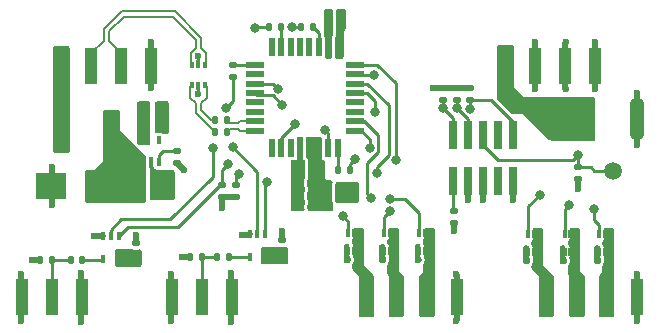
<source format=gbr>
%TF.GenerationSoftware,KiCad,Pcbnew,(6.0.6)*%
%TF.CreationDate,2022-08-13T21:50:17-05:00*%
%TF.ProjectId,usb-led-controller,7573622d-6c65-4642-9d63-6f6e74726f6c,rev?*%
%TF.SameCoordinates,Original*%
%TF.FileFunction,Copper,L1,Top*%
%TF.FilePolarity,Positive*%
%FSLAX46Y46*%
G04 Gerber Fmt 4.6, Leading zero omitted, Abs format (unit mm)*
G04 Created by KiCad (PCBNEW (6.0.6)) date 2022-08-13 21:50:17*
%MOMM*%
%LPD*%
G01*
G04 APERTURE LIST*
G04 Aperture macros list*
%AMRoundRect*
0 Rectangle with rounded corners*
0 $1 Rounding radius*
0 $2 $3 $4 $5 $6 $7 $8 $9 X,Y pos of 4 corners*
0 Add a 4 corners polygon primitive as box body*
4,1,4,$2,$3,$4,$5,$6,$7,$8,$9,$2,$3,0*
0 Add four circle primitives for the rounded corners*
1,1,$1+$1,$2,$3*
1,1,$1+$1,$4,$5*
1,1,$1+$1,$6,$7*
1,1,$1+$1,$8,$9*
0 Add four rect primitives between the rounded corners*
20,1,$1+$1,$2,$3,$4,$5,0*
20,1,$1+$1,$4,$5,$6,$7,0*
20,1,$1+$1,$6,$7,$8,$9,0*
20,1,$1+$1,$8,$9,$2,$3,0*%
G04 Aperture macros list end*
%TA.AperFunction,SMDPad,CuDef*%
%ADD10RoundRect,0.140000X0.140000X0.170000X-0.140000X0.170000X-0.140000X-0.170000X0.140000X-0.170000X0*%
%TD*%
%TA.AperFunction,SMDPad,CuDef*%
%ADD11R,1.020000X3.170000*%
%TD*%
%TA.AperFunction,SMDPad,CuDef*%
%ADD12RoundRect,0.147500X-0.147500X-0.172500X0.147500X-0.172500X0.147500X0.172500X-0.147500X0.172500X0*%
%TD*%
%TA.AperFunction,SMDPad,CuDef*%
%ADD13R,0.400000X0.650000*%
%TD*%
%TA.AperFunction,SMDPad,CuDef*%
%ADD14R,0.375000X0.500000*%
%TD*%
%TA.AperFunction,SMDPad,CuDef*%
%ADD15R,0.300000X0.650000*%
%TD*%
%TA.AperFunction,SMDPad,CuDef*%
%ADD16RoundRect,0.140000X0.170000X-0.140000X0.170000X0.140000X-0.170000X0.140000X-0.170000X-0.140000X0*%
%TD*%
%TA.AperFunction,SMDPad,CuDef*%
%ADD17RoundRect,0.135000X0.135000X0.185000X-0.135000X0.185000X-0.135000X-0.185000X0.135000X-0.185000X0*%
%TD*%
%TA.AperFunction,SMDPad,CuDef*%
%ADD18R,2.500000X2.300000*%
%TD*%
%TA.AperFunction,SMDPad,CuDef*%
%ADD19RoundRect,0.250000X0.312500X1.450000X-0.312500X1.450000X-0.312500X-1.450000X0.312500X-1.450000X0*%
%TD*%
%TA.AperFunction,SMDPad,CuDef*%
%ADD20R,0.340000X0.700000*%
%TD*%
%TA.AperFunction,SMDPad,CuDef*%
%ADD21RoundRect,0.147500X0.172500X-0.147500X0.172500X0.147500X-0.172500X0.147500X-0.172500X-0.147500X0*%
%TD*%
%TA.AperFunction,SMDPad,CuDef*%
%ADD22RoundRect,0.225000X-0.225000X-0.250000X0.225000X-0.250000X0.225000X0.250000X-0.225000X0.250000X0*%
%TD*%
%TA.AperFunction,SMDPad,CuDef*%
%ADD23RoundRect,0.147500X0.147500X0.172500X-0.147500X0.172500X-0.147500X-0.172500X0.147500X-0.172500X0*%
%TD*%
%TA.AperFunction,ComponentPad*%
%ADD24C,0.600000*%
%TD*%
%TA.AperFunction,SMDPad,CuDef*%
%ADD25R,1.600000X0.550000*%
%TD*%
%TA.AperFunction,SMDPad,CuDef*%
%ADD26R,0.550000X1.600000*%
%TD*%
%TA.AperFunction,SMDPad,CuDef*%
%ADD27RoundRect,0.135000X-0.135000X-0.185000X0.135000X-0.185000X0.135000X0.185000X-0.135000X0.185000X0*%
%TD*%
%TA.AperFunction,SMDPad,CuDef*%
%ADD28RoundRect,0.135000X0.185000X-0.135000X0.185000X0.135000X-0.185000X0.135000X-0.185000X-0.135000X0*%
%TD*%
%TA.AperFunction,SMDPad,CuDef*%
%ADD29C,1.500000*%
%TD*%
%TA.AperFunction,SMDPad,CuDef*%
%ADD30R,0.760000X2.400000*%
%TD*%
%TA.AperFunction,SMDPad,CuDef*%
%ADD31RoundRect,0.135000X-0.185000X0.135000X-0.185000X-0.135000X0.185000X-0.135000X0.185000X0.135000X0*%
%TD*%
%TA.AperFunction,ViaPad*%
%ADD32C,0.800000*%
%TD*%
%TA.AperFunction,Conductor*%
%ADD33C,0.508000*%
%TD*%
%TA.AperFunction,Conductor*%
%ADD34C,0.254000*%
%TD*%
%TA.AperFunction,Conductor*%
%ADD35C,0.203200*%
%TD*%
G04 APERTURE END LIST*
D10*
%TO.P,C4,1*%
%TO.N,+3V3*%
X163460000Y-115100000D03*
%TO.P,C4,2*%
%TO.N,GND*%
X162500000Y-115100000D03*
%TD*%
D11*
%TO.P,J2,1,Pin_1*%
%TO.N,/+12V_RAW*%
X179990000Y-105200000D03*
%TO.P,J2,2,Pin_2*%
%TO.N,GND*%
X182530000Y-105200000D03*
%TO.P,J2,3,Pin_3*%
X185070000Y-105200000D03*
%TO.P,J2,4,Pin_4*%
X187610000Y-105200000D03*
%TD*%
D12*
%TO.P,R6,1*%
%TO.N,/WS2812_0_DATA*%
X155615000Y-121400000D03*
%TO.P,R6,2*%
%TO.N,/WS2812_0_DATA_R*%
X156585000Y-121400000D03*
%TD*%
%TO.P,R7,1*%
%TO.N,/WS2812_1_DATA*%
X143215000Y-121600000D03*
%TO.P,R7,2*%
%TO.N,/WS2812_1_DATA_R*%
X144185000Y-121600000D03*
%TD*%
D13*
%TO.P,U1,1,~{OE}*%
%TO.N,/WS2812_0_~{OE}*%
X159650000Y-119450000D03*
%TO.P,U1,2,A*%
%TO.N,/WS2812_0_DATA_UC*%
X159000000Y-119450000D03*
%TO.P,U1,3,GND*%
%TO.N,GND*%
X158350000Y-119450000D03*
%TO.P,U1,4,Y*%
%TO.N,/WS2812_0_DATA_R*%
X158350000Y-121350000D03*
%TO.P,U1,5,VCC*%
%TO.N,+5V*%
X159650000Y-121350000D03*
%TD*%
%TO.P,U2,1,~{OE}*%
%TO.N,/WS2812_1_~{OE}*%
X147250000Y-119650000D03*
%TO.P,U2,2,A*%
%TO.N,/WS2812_1_DATA_UC*%
X146600000Y-119650000D03*
%TO.P,U2,3,GND*%
%TO.N,GND*%
X145950000Y-119650000D03*
%TO.P,U2,4,Y*%
%TO.N,/WS2812_1_DATA_R*%
X145950000Y-121550000D03*
%TO.P,U2,5,VCC*%
%TO.N,+5V*%
X147250000Y-121550000D03*
%TD*%
D14*
%TO.P,U5,1,I/O1*%
%TO.N,/USB_D_TVS+*%
X153462500Y-106850000D03*
D15*
%TO.P,U5,2,GND*%
%TO.N,GND*%
X154000000Y-106925000D03*
D14*
%TO.P,U5,3,I/O2*%
%TO.N,/USB_D_TVS-*%
X154537500Y-106850000D03*
%TO.P,U5,4,I/O2*%
%TO.N,/USB_D-*%
X154537500Y-105150000D03*
D15*
%TO.P,U5,5,VBUS*%
%TO.N,+5V*%
X154000000Y-105075000D03*
D14*
%TO.P,U5,6,I/O1*%
%TO.N,/USB_D+*%
X153462500Y-105150000D03*
%TD*%
D16*
%TO.P,C9,1*%
%TO.N,+5V*%
X161100000Y-120880000D03*
%TO.P,C9,2*%
%TO.N,GND*%
X161100000Y-119920000D03*
%TD*%
%TO.P,C10,1*%
%TO.N,+5V*%
X148700000Y-121180000D03*
%TO.P,C10,2*%
%TO.N,GND*%
X148700000Y-120220000D03*
%TD*%
D17*
%TO.P,R10,1*%
%TO.N,/WS2812_0_DATA*%
X154310000Y-121400000D03*
%TO.P,R10,2*%
%TO.N,GND*%
X153290000Y-121400000D03*
%TD*%
%TO.P,R11,1*%
%TO.N,/WS2812_1_DATA*%
X141600000Y-121600000D03*
%TO.P,R11,2*%
%TO.N,GND*%
X140580000Y-121600000D03*
%TD*%
D11*
%TO.P,J3,1,Pin_1*%
%TO.N,/+5V_RAW*%
X142390000Y-105200000D03*
%TO.P,J3,2,Pin_2*%
%TO.N,/USB_D-*%
X144930000Y-105200000D03*
%TO.P,J3,3,Pin_3*%
%TO.N,/USB_D+*%
X147470000Y-105200000D03*
%TO.P,J3,4,Pin_4*%
%TO.N,GND*%
X150010000Y-105200000D03*
%TD*%
D18*
%TO.P,D1,1,K*%
%TO.N,+5V*%
X145850000Y-115400000D03*
%TO.P,D1,2,A*%
%TO.N,GND*%
X141550000Y-115400000D03*
%TD*%
D19*
%TO.P,F1,1*%
%TO.N,+5V*%
X146637500Y-110800000D03*
%TO.P,F1,2*%
%TO.N,/+5V_RAW*%
X142362500Y-110800000D03*
%TD*%
%TO.P,F2,1*%
%TO.N,+12V*%
X191137500Y-109700000D03*
%TO.P,F2,2*%
%TO.N,/+12V_RAW*%
X186862500Y-109700000D03*
%TD*%
D20*
%TO.P,Q2,1,D*%
%TO.N,/PWM_0_G*%
X188400000Y-119450000D03*
X188400000Y-120950000D03*
X188900000Y-119450000D03*
X188900000Y-120950000D03*
%TO.P,Q2,2,G*%
%TO.N,/GATE_0_G*%
X187900000Y-119450000D03*
%TO.P,Q2,3,S*%
%TO.N,GND*%
X187900000Y-120950000D03*
%TD*%
%TO.P,Q1,1,D*%
%TO.N,/PWM_0_R*%
X185500000Y-120950000D03*
X185500000Y-119450000D03*
X186000000Y-119450000D03*
X186000000Y-120950000D03*
%TO.P,Q1,2,G*%
%TO.N,/GATE_0_R*%
X185000000Y-119450000D03*
%TO.P,Q1,3,S*%
%TO.N,GND*%
X185000000Y-120950000D03*
%TD*%
%TO.P,Q6,1,D*%
%TO.N,/PWM_1_B*%
X167200000Y-120850000D03*
X167700000Y-119350000D03*
X167700000Y-120850000D03*
X167200000Y-119350000D03*
%TO.P,Q6,2,G*%
%TO.N,/GATE_1_B*%
X166700000Y-119350000D03*
%TO.P,Q6,3,S*%
%TO.N,GND*%
X166700000Y-120850000D03*
%TD*%
D11*
%TO.P,J4,1,Pin_1*%
%TO.N,+12V*%
X191110000Y-124800000D03*
%TO.P,J4,2,Pin_2*%
%TO.N,/PWM_0_G*%
X188570000Y-124800000D03*
%TO.P,J4,3,Pin_3*%
%TO.N,/PWM_0_R*%
X186030000Y-124800000D03*
%TO.P,J4,4,Pin_4*%
%TO.N,/PWM_0_B*%
X183490000Y-124800000D03*
%TD*%
D20*
%TO.P,Q5,1,D*%
%TO.N,/PWM_1_G*%
X173200000Y-119350000D03*
X173700000Y-119350000D03*
X173200000Y-120850000D03*
X173700000Y-120850000D03*
%TO.P,Q5,2,G*%
%TO.N,/GATE_1_G*%
X172700000Y-119350000D03*
%TO.P,Q5,3,S*%
%TO.N,GND*%
X172700000Y-120850000D03*
%TD*%
D11*
%TO.P,J5,1,Pin_1*%
%TO.N,+12V*%
X175870000Y-124800000D03*
%TO.P,J5,2,Pin_2*%
%TO.N,/PWM_1_G*%
X173330000Y-124800000D03*
%TO.P,J5,3,Pin_3*%
%TO.N,/PWM_1_R*%
X170790000Y-124800000D03*
%TO.P,J5,4,Pin_4*%
%TO.N,/PWM_1_B*%
X168250000Y-124800000D03*
%TD*%
D20*
%TO.P,Q3,1,D*%
%TO.N,/PWM_0_B*%
X182900000Y-120950000D03*
X182400000Y-120950000D03*
X182900000Y-119450000D03*
X182400000Y-119450000D03*
%TO.P,Q3,2,G*%
%TO.N,/GATE_0_B*%
X181900000Y-119450000D03*
%TO.P,Q3,3,S*%
%TO.N,GND*%
X181900000Y-120950000D03*
%TD*%
%TO.P,Q4,1,D*%
%TO.N,/PWM_1_R*%
X170700000Y-119350000D03*
X170700000Y-120850000D03*
X170200000Y-120850000D03*
X170200000Y-119350000D03*
%TO.P,Q4,2,G*%
%TO.N,/GATE_1_R*%
X169700000Y-119350000D03*
%TO.P,Q4,3,S*%
%TO.N,GND*%
X169700000Y-120850000D03*
%TD*%
D11*
%TO.P,J7,1,Pin_1*%
%TO.N,+5V*%
X144120000Y-124800000D03*
%TO.P,J7,2,Pin_2*%
%TO.N,/WS2812_1_DATA*%
X141580000Y-124800000D03*
%TO.P,J7,3,Pin_3*%
%TO.N,GND*%
X139040000Y-124800000D03*
%TD*%
%TO.P,J6,1,Pin_1*%
%TO.N,+5V*%
X156820000Y-124800000D03*
%TO.P,J6,2,Pin_2*%
%TO.N,/WS2812_0_DATA*%
X154280000Y-124800000D03*
%TO.P,J6,3,Pin_3*%
%TO.N,GND*%
X151740000Y-124800000D03*
%TD*%
D21*
%TO.P,R13,1*%
%TO.N,+3V3*%
X157200000Y-116285000D03*
%TO.P,R13,2*%
%TO.N,/WS2812_0_~{OE}*%
X157200000Y-115315000D03*
%TD*%
%TO.P,R12,1*%
%TO.N,+3V3*%
X156000000Y-116285000D03*
%TO.P,R12,2*%
%TO.N,/WS2812_1_~{OE}*%
X156000000Y-115315000D03*
%TD*%
D22*
%TO.P,C1,1*%
%TO.N,+5V*%
X149125000Y-115400000D03*
%TO.P,C1,2*%
%TO.N,GND*%
X150675000Y-115400000D03*
%TD*%
D12*
%TO.P,R9,1*%
%TO.N,/USB_D_TVS+*%
X155415000Y-110800000D03*
%TO.P,R9,2*%
%TO.N,/USB_D_R+*%
X156385000Y-110800000D03*
%TD*%
%TO.P,R8,1*%
%TO.N,/USB_D_TVS-*%
X155415000Y-109800000D03*
%TO.P,R8,2*%
%TO.N,/USB_D_R-*%
X156385000Y-109800000D03*
%TD*%
D22*
%TO.P,C3,1*%
%TO.N,+3V3*%
X164725000Y-115600000D03*
%TO.P,C3,2*%
%TO.N,GND*%
X166275000Y-115600000D03*
%TD*%
D23*
%TO.P,C6,1*%
%TO.N,+3V3*%
X163470000Y-116200000D03*
%TO.P,C6,2*%
%TO.N,GND*%
X162500000Y-116200000D03*
%TD*%
%TO.P,C5,1*%
%TO.N,+3V3*%
X165985000Y-101700000D03*
%TO.P,C5,2*%
%TO.N,GND*%
X165015000Y-101700000D03*
%TD*%
D24*
%TO.P,REF\u002A\u002A,1*%
%TO.N,GND*%
X182499995Y-107199994D03*
%TD*%
%TO.P,REF\u002A\u002A,1*%
%TO.N,GND*%
X145199995Y-119599994D03*
%TD*%
%TO.P,REF\u002A\u002A,1*%
%TO.N,GND*%
X151699995Y-126799994D03*
%TD*%
%TO.P,REF\u002A\u002A,1*%
%TO.N,+5V*%
X147828000Y-114600000D03*
%TD*%
%TO.P,REF\u002A\u002A,1*%
%TO.N,+3V3*%
X164600000Y-117100000D03*
%TD*%
%TO.P,REF\u002A\u002A,1*%
%TO.N,GND*%
X149999995Y-103199994D03*
%TD*%
%TO.P,REF\u002A\u002A,1*%
%TO.N,GND*%
X138999995Y-122799994D03*
%TD*%
%TO.P,REF\u002A\u002A,1*%
%TO.N,+5V*%
X156800000Y-126850000D03*
%TD*%
%TO.P,REF\u002A\u002A,1*%
%TO.N,GND*%
X152599995Y-121399994D03*
%TD*%
%TO.P,REF\u002A\u002A,1*%
%TO.N,GND*%
X164999995Y-100899994D03*
%TD*%
%TO.P,REF\u002A\u002A,1*%
%TO.N,GND*%
X151699995Y-122799994D03*
%TD*%
%TO.P,REF\u002A\u002A,1*%
%TO.N,GND*%
X161099995Y-119199994D03*
%TD*%
%TO.P,REF\u002A\u002A,1*%
%TO.N,GND*%
X182499995Y-103199994D03*
%TD*%
%TO.P,REF\u002A\u002A,1*%
%TO.N,GND*%
X169599995Y-121599994D03*
%TD*%
%TO.P,REF\u002A\u002A,1*%
%TO.N,+5V*%
X161100000Y-121700000D03*
%TD*%
%TO.P,REF\u002A\u002A,1*%
%TO.N,GND*%
X151499995Y-115399994D03*
%TD*%
%TO.P,REF\u002A\u002A,1*%
%TO.N,+3V3*%
X149300000Y-110600000D03*
%TD*%
%TO.P,REF\u002A\u002A,1*%
%TO.N,GND*%
X176799995Y-116599994D03*
%TD*%
D25*
%TO.P,U3,1,PA00*%
%TO.N,/GATE_0_R*%
X167250000Y-110700000D03*
%TO.P,U3,2,PA01*%
%TO.N,/GATE_1_R*%
X167250000Y-109900000D03*
%TO.P,U3,3,PA02*%
%TO.N,unconnected-(U3-Pad3)*%
X167250000Y-109100000D03*
%TO.P,U3,4,PA03*%
%TO.N,unconnected-(U3-Pad4)*%
X167250000Y-108300000D03*
%TO.P,U3,5,PA04*%
%TO.N,/GATE_0_G*%
X167250000Y-107500000D03*
%TO.P,U3,6,PA05*%
%TO.N,/GATE_1_G*%
X167250000Y-106700000D03*
%TO.P,U3,7,PA06*%
%TO.N,/GATE_0_B*%
X167250000Y-105900000D03*
%TO.P,U3,8,PA07*%
%TO.N,/GATE_1_B*%
X167250000Y-105100000D03*
D26*
%TO.P,U3,9,VDDANA*%
%TO.N,+3V3*%
X165800000Y-103650000D03*
%TO.P,U3,10,GND*%
%TO.N,GND*%
X165000000Y-103650000D03*
%TO.P,U3,11,PA08*%
%TO.N,/SWO_UC*%
X164200000Y-103650000D03*
%TO.P,U3,12,PA09*%
%TO.N,unconnected-(U3-Pad12)*%
X163400000Y-103650000D03*
%TO.P,U3,13,PA10*%
%TO.N,unconnected-(U3-Pad13)*%
X162600000Y-103650000D03*
%TO.P,U3,14,PA11*%
%TO.N,unconnected-(U3-Pad14)*%
X161800000Y-103650000D03*
%TO.P,U3,15,PA14*%
%TO.N,/WS2812_1_DATA_UC_R*%
X161000000Y-103650000D03*
%TO.P,U3,16,PA15*%
%TO.N,unconnected-(U3-Pad16)*%
X160200000Y-103650000D03*
D25*
%TO.P,U3,17,PA16*%
%TO.N,/WS2812_0_DATA_UC_R*%
X158750000Y-105100000D03*
%TO.P,U3,18,PA17*%
%TO.N,unconnected-(U3-Pad18)*%
X158750000Y-105900000D03*
%TO.P,U3,19,PA18*%
%TO.N,/WS2812_1_~{OE}*%
X158750000Y-106700000D03*
%TO.P,U3,20,PA19*%
%TO.N,/WS2812_0_~{OE}*%
X158750000Y-107500000D03*
%TO.P,U3,21,PA22*%
%TO.N,unconnected-(U3-Pad21)*%
X158750000Y-108300000D03*
%TO.P,U3,22,PA23*%
%TO.N,unconnected-(U3-Pad22)*%
X158750000Y-109100000D03*
%TO.P,U3,23,PA24*%
%TO.N,/USB_D_R-*%
X158750000Y-109900000D03*
%TO.P,U3,24,PA25*%
%TO.N,/USB_D_R+*%
X158750000Y-110700000D03*
D26*
%TO.P,U3,25,PA27*%
%TO.N,unconnected-(U3-Pad25)*%
X160200000Y-112150000D03*
%TO.P,U3,26,~{RESET}*%
%TO.N,/NRST*%
X161000000Y-112150000D03*
%TO.P,U3,27,PA28*%
%TO.N,unconnected-(U3-Pad27)*%
X161800000Y-112150000D03*
%TO.P,U3,28,GND*%
%TO.N,GND*%
X162600000Y-112150000D03*
%TO.P,U3,29,VDDCORE*%
%TO.N,+3V3*%
X163400000Y-112150000D03*
%TO.P,U3,30,VDDIN*%
X164200000Y-112150000D03*
%TO.P,U3,31,PA30*%
%TO.N,/SWCLK*%
X165000000Y-112150000D03*
%TO.P,U3,32,PA31*%
%TO.N,/SWDIO_UC*%
X165800000Y-112150000D03*
%TD*%
D24*
%TO.P,REF\u002A\u002A,1*%
%TO.N,GND*%
X162399995Y-117099994D03*
%TD*%
D27*
%TO.P,R15,1*%
%TO.N,/WS2812_0_DATA_UC*%
X159990000Y-101900000D03*
%TO.P,R15,2*%
%TO.N,/WS2812_1_DATA_UC_R*%
X161010000Y-101900000D03*
%TD*%
D24*
%TO.P,REF\u002A\u002A,1*%
%TO.N,+3V3*%
X163500000Y-117100000D03*
%TD*%
%TO.P,REF\u002A\u002A,1*%
%TO.N,GND*%
X166599995Y-121599994D03*
%TD*%
%TO.P,REF\u002A\u002A,1*%
%TO.N,GND*%
X150899995Y-110599994D03*
%TD*%
%TO.P,REF\u002A\u002A,1*%
%TO.N,+5V*%
X144100000Y-122750000D03*
%TD*%
%TO.P,REF\u002A\u002A,1*%
%TO.N,GND*%
X150699995Y-116299994D03*
%TD*%
%TO.P,REF\u002A\u002A,1*%
%TO.N,GND*%
X181799995Y-121699994D03*
%TD*%
D13*
%TO.P,U4,1,VIN*%
%TO.N,+5V*%
X149350000Y-113350000D03*
%TO.P,U4,2,GND*%
%TO.N,GND*%
X150000000Y-113350000D03*
%TO.P,U4,3,EN*%
%TO.N,/3V3_EN*%
X150650000Y-113350000D03*
%TO.P,U4,4,NC*%
%TO.N,unconnected-(U4-Pad4)*%
X150650000Y-111450000D03*
%TO.P,U4,5,VOUT*%
%TO.N,+3V3*%
X149350000Y-111450000D03*
%TD*%
D24*
%TO.P,REF\u002A\u002A,1*%
%TO.N,GND*%
X186099995Y-115599994D03*
%TD*%
%TO.P,REF\u002A\u002A,1*%
%TO.N,+3V3*%
X173900000Y-107100000D03*
%TD*%
D17*
%TO.P,R18,1*%
%TO.N,/SWDIO*%
X166810000Y-114050000D03*
%TO.P,R18,2*%
%TO.N,/SWDIO_UC*%
X165790000Y-114050000D03*
%TD*%
D24*
%TO.P,REF\u002A\u002A,1*%
%TO.N,GND*%
X184899995Y-121699994D03*
%TD*%
%TO.P,REF\u002A\u002A,1*%
%TO.N,GND*%
X187599995Y-103199994D03*
%TD*%
%TO.P,REF\u002A\u002A,1*%
%TO.N,+5V*%
X147828000Y-116200000D03*
%TD*%
D28*
%TO.P,R16,1*%
%TO.N,/WS2812_1_DATA_UC*%
X156900000Y-106110000D03*
%TO.P,R16,2*%
%TO.N,/WS2812_0_DATA_UC_R*%
X156900000Y-105090000D03*
%TD*%
D24*
%TO.P,REF\u002A\u002A,1*%
%TO.N,GND*%
X157699995Y-119499994D03*
%TD*%
D29*
%TO.P,TP1,1,1*%
%TO.N,/SWO*%
X189100000Y-114100000D03*
%TD*%
D24*
%TO.P,REF\u002A\u002A,1*%
%TO.N,+3V3*%
X156000000Y-117200000D03*
%TD*%
%TO.P,REF\u002A\u002A,1*%
%TO.N,GND*%
X187599995Y-107199994D03*
%TD*%
D28*
%TO.P,R2,1*%
%TO.N,+5V*%
X152200000Y-113410000D03*
%TO.P,R2,2*%
%TO.N,/3V3_EN*%
X152200000Y-112390000D03*
%TD*%
D24*
%TO.P,REF\u002A\u002A,1*%
%TO.N,GND*%
X185099995Y-103199994D03*
%TD*%
D30*
%TO.P,J1,1,Pin_1*%
%TO.N,/3V3_JTAG*%
X175560000Y-114950000D03*
%TO.P,J1,2,Pin_2*%
%TO.N,/SWDIO*%
X175560000Y-111050000D03*
%TO.P,J1,3,Pin_3*%
%TO.N,GND*%
X176830000Y-114950000D03*
%TO.P,J1,4,Pin_4*%
%TO.N,/SWCLK*%
X176830000Y-111050000D03*
%TO.P,J1,5,Pin_5*%
%TO.N,GND*%
X178100000Y-114950000D03*
%TO.P,J1,6,Pin_6*%
%TO.N,/SWO*%
X178100000Y-111050000D03*
%TO.P,J1,7,Pin_7*%
%TO.N,unconnected-(J1-Pad7)*%
X179370000Y-114950000D03*
%TO.P,J1,8,Pin_8*%
%TO.N,unconnected-(J1-Pad8)*%
X179370000Y-111050000D03*
%TO.P,J1,9,Pin_9*%
%TO.N,GND*%
X180640000Y-114950000D03*
%TO.P,J1,10,Pin_10*%
%TO.N,/NRST*%
X180640000Y-111050000D03*
%TD*%
D31*
%TO.P,R4,1*%
%TO.N,+3V3*%
X174700000Y-107090000D03*
%TO.P,R4,2*%
%TO.N,/SWDIO*%
X174700000Y-108110000D03*
%TD*%
D24*
%TO.P,REF\u002A\u002A,1*%
%TO.N,+5V*%
X156800000Y-122750000D03*
%TD*%
D31*
%TO.P,R1,1*%
%TO.N,+3V3*%
X177000000Y-107090000D03*
%TO.P,R1,2*%
%TO.N,/NRST*%
X177000000Y-108110000D03*
%TD*%
%TO.P,R14,1*%
%TO.N,+3V3*%
X175900000Y-107090000D03*
%TO.P,R14,2*%
%TO.N,/SWCLK*%
X175900000Y-108110000D03*
%TD*%
D24*
%TO.P,REF\u002A\u002A,1*%
%TO.N,+12V*%
X175800000Y-126800000D03*
%TD*%
%TO.P,REF\u002A\u002A,1*%
%TO.N,GND*%
X149999995Y-107099994D03*
%TD*%
%TO.P,REF\u002A\u002A,1*%
%TO.N,GND*%
X139899995Y-121599994D03*
%TD*%
%TO.P,REF\u002A\u002A,1*%
%TO.N,+12V*%
X191100000Y-126800000D03*
%TD*%
%TO.P,REF\u002A\u002A,1*%
%TO.N,GND*%
X178099995Y-116599994D03*
%TD*%
%TO.P,REF\u002A\u002A,1*%
%TO.N,GND*%
X153999995Y-107599994D03*
%TD*%
%TO.P,REF\u002A\u002A,1*%
%TO.N,+3V3*%
X166000000Y-100850000D03*
%TD*%
%TO.P,REF\u002A\u002A,1*%
%TO.N,GND*%
X166299995Y-116499994D03*
%TD*%
%TO.P,REF\u002A\u002A,1*%
%TO.N,+12V*%
X175800000Y-122800000D03*
%TD*%
%TO.P,REF\u002A\u002A,1*%
%TO.N,+12V*%
X191100000Y-111900000D03*
%TD*%
%TO.P,REF\u002A\u002A,1*%
%TO.N,+5V*%
X144100000Y-126850000D03*
%TD*%
%TO.P,REF\u002A\u002A,1*%
%TO.N,GND*%
X172599995Y-121599994D03*
%TD*%
%TO.P,REF\u002A\u002A,1*%
%TO.N,GND*%
X141599995Y-113799994D03*
%TD*%
%TO.P,REF\u002A\u002A,1*%
%TO.N,+12V*%
X191100000Y-122800000D03*
%TD*%
%TO.P,REF\u002A\u002A,1*%
%TO.N,+5V*%
X154000000Y-104400000D03*
%TD*%
D27*
%TO.P,R17,1*%
%TO.N,/SWO*%
X162690000Y-101900000D03*
%TO.P,R17,2*%
%TO.N,/SWO_UC*%
X163710000Y-101900000D03*
%TD*%
D22*
%TO.P,C7,1*%
%TO.N,+3V3*%
X149325000Y-109600000D03*
%TO.P,C7,2*%
%TO.N,GND*%
X150875000Y-109600000D03*
%TD*%
D31*
%TO.P,R3,1*%
%TO.N,/3V3_JTAG*%
X175600000Y-117490000D03*
%TO.P,R3,2*%
%TO.N,+3V3*%
X175600000Y-118510000D03*
%TD*%
D24*
%TO.P,REF\u002A\u002A,1*%
%TO.N,GND*%
X141599995Y-116999994D03*
%TD*%
%TO.P,REF\u002A\u002A,1*%
%TO.N,GND*%
X148700000Y-119500000D03*
%TD*%
%TO.P,REF\u002A\u002A,1*%
%TO.N,+3V3*%
X175600000Y-119200000D03*
%TD*%
%TO.P,REF\u002A\u002A,1*%
%TO.N,GND*%
X167199995Y-116499994D03*
%TD*%
D31*
%TO.P,R5,1*%
%TO.N,/SWO*%
X186100000Y-113790000D03*
%TO.P,R5,2*%
%TO.N,GND*%
X186100000Y-114810000D03*
%TD*%
D24*
%TO.P,REF\u002A\u002A,1*%
%TO.N,GND*%
X150699995Y-114499994D03*
%TD*%
%TO.P,REF\u002A\u002A,1*%
%TO.N,GND*%
X180599995Y-116599994D03*
%TD*%
%TO.P,REF\u002A\u002A,1*%
%TO.N,GND*%
X185099995Y-107199994D03*
%TD*%
%TO.P,REF\u002A\u002A,1*%
%TO.N,+3V3*%
X149300000Y-108600000D03*
%TD*%
%TO.P,REF\u002A\u002A,1*%
%TO.N,GND*%
X187799995Y-121699994D03*
%TD*%
%TO.P,REF\u002A\u002A,1*%
%TO.N,GND*%
X150899995Y-108699994D03*
%TD*%
%TO.P,REF\u002A\u002A,1*%
%TO.N,+5V*%
X152800000Y-114000000D03*
%TD*%
%TO.P,REF\u002A\u002A,1*%
%TO.N,+5V*%
X147828000Y-115400000D03*
%TD*%
%TO.P,REF\u002A\u002A,1*%
%TO.N,GND*%
X138999995Y-126799994D03*
%TD*%
%TO.P,REF\u002A\u002A,1*%
%TO.N,+12V*%
X191100000Y-107500000D03*
%TD*%
%TO.P,REF\u002A\u002A,1*%
%TO.N,+5V*%
X148700000Y-121900000D03*
%TD*%
D32*
%TO.N,/NRST*%
X162200000Y-110100000D03*
X177019999Y-108836286D03*
%TO.N,/SWCLK*%
X164700497Y-110600000D03*
X175900000Y-108800000D03*
%TO.N,/SWDIO*%
X174700000Y-108800000D03*
X167250000Y-113100000D03*
%TO.N,/GATE_0_R*%
X185413391Y-117027501D03*
X168500000Y-112200000D03*
%TO.N,/GATE_0_G*%
X168950000Y-109100000D03*
X187450000Y-117300000D03*
%TO.N,/GATE_0_B*%
X182900000Y-116100000D03*
X168850000Y-105950000D03*
%TO.N,/GATE_1_R*%
X168600000Y-116400000D03*
X170200000Y-117499503D03*
%TO.N,/GATE_1_G*%
X170200000Y-116500000D03*
X169100000Y-114300000D03*
%TO.N,/GATE_1_B*%
X166200000Y-117900000D03*
X170700000Y-113150000D03*
%TO.N,/WS2812_0_~{OE}*%
X157400000Y-114400000D03*
X159800000Y-115000000D03*
X161100000Y-108500000D03*
%TO.N,/WS2812_1_~{OE}*%
X160745153Y-107125412D03*
X156500000Y-113500000D03*
%TO.N,/WS2812_0_DATA_UC*%
X156886286Y-112086286D03*
X158800000Y-102000000D03*
%TO.N,/WS2812_1_DATA_UC*%
X156300000Y-108800000D03*
X155200000Y-112200000D03*
%TO.N,/SWO*%
X161900000Y-101900000D03*
X186100000Y-112750000D03*
%TD*%
D33*
%TO.N,GND*%
X151699995Y-126799994D02*
X151699995Y-124840005D01*
X150010000Y-105200000D02*
X150010000Y-103209999D01*
X185070000Y-105200000D02*
X185070000Y-107169999D01*
X176799995Y-116599994D02*
X176799995Y-114980005D01*
X138999995Y-122799994D02*
X138999995Y-124759995D01*
X150010000Y-105200000D02*
X150010000Y-107089989D01*
X182530000Y-105200000D02*
X182530000Y-107169989D01*
X161100000Y-119920000D02*
X161100000Y-119199999D01*
X187610000Y-105200000D02*
X187610000Y-107189989D01*
X145899994Y-119599994D02*
X145946500Y-119646500D01*
X141599995Y-113799994D02*
X141599995Y-115350005D01*
X185070000Y-105200000D02*
X185070000Y-103229989D01*
D34*
X153999995Y-107599994D02*
X153999995Y-106925005D01*
D33*
X186099995Y-115599994D02*
X186099995Y-114810005D01*
X145199995Y-119599994D02*
X145899994Y-119599994D01*
X180599995Y-116599994D02*
X180599995Y-114990005D01*
X153290000Y-121400000D02*
X152600001Y-121400000D01*
X151699995Y-122799994D02*
X151699995Y-124759995D01*
X148700000Y-119500000D02*
X148700000Y-120220000D01*
X157699995Y-119499994D02*
X158300006Y-119499994D01*
X187610000Y-105200000D02*
X187610000Y-103209999D01*
X178099995Y-116599994D02*
X178099995Y-114950005D01*
X158300006Y-119499994D02*
X158346500Y-119453500D01*
X140580000Y-121600000D02*
X139900001Y-121600000D01*
X138999995Y-126799994D02*
X138999995Y-124840005D01*
X182530000Y-105200000D02*
X182530000Y-103229999D01*
X141599995Y-116999994D02*
X141599995Y-115449995D01*
%TO.N,+5V*%
X156800000Y-122750000D02*
X156800000Y-124780000D01*
X144100000Y-122750000D02*
X144100000Y-124780000D01*
X152790000Y-114000000D02*
X152200000Y-113410000D01*
X152800000Y-114000000D02*
X152790000Y-114000000D01*
X144100000Y-126850000D02*
X144100000Y-124820000D01*
D34*
X154000000Y-105075000D02*
X154000000Y-104400000D01*
D33*
X156800000Y-126850000D02*
X156800000Y-124820000D01*
%TO.N,+3V3*%
X173900000Y-107100000D02*
X174690000Y-107100000D01*
X175900000Y-107090000D02*
X177000000Y-107090000D01*
X157200000Y-116285000D02*
X156000000Y-116285000D01*
X156000000Y-116285000D02*
X156000000Y-117200000D01*
X174700000Y-107090000D02*
X175900000Y-107090000D01*
X175600000Y-119200000D02*
X175600000Y-118510000D01*
D34*
%TO.N,/NRST*%
X177000000Y-108816287D02*
X177019999Y-108836286D01*
X177000000Y-108110000D02*
X177000000Y-108816287D01*
X178810000Y-108110000D02*
X177000000Y-108110000D01*
X161000000Y-111300000D02*
X161000000Y-112150000D01*
X162200000Y-110100000D02*
X161000000Y-111300000D01*
X180640000Y-109940000D02*
X178810000Y-108110000D01*
X180640000Y-111050000D02*
X180640000Y-109940000D01*
%TO.N,/SWCLK*%
X175900000Y-108800000D02*
X175900000Y-108110000D01*
X165000000Y-112150000D02*
X165000000Y-110899503D01*
X176830000Y-111050000D02*
X176830000Y-109730000D01*
X165000000Y-110899503D02*
X164700497Y-110600000D01*
X176830000Y-109730000D02*
X175900000Y-108800000D01*
%TO.N,/SWDIO*%
X175560000Y-111050000D02*
X175560000Y-109660000D01*
X175560000Y-109660000D02*
X174700000Y-108800000D01*
X166810000Y-113540000D02*
X167250000Y-113100000D01*
X174700000Y-108800000D02*
X174700000Y-108110000D01*
X166810000Y-114050000D02*
X166810000Y-113540000D01*
D33*
%TO.N,+12V*%
X175870000Y-126730000D02*
X175800000Y-126800000D01*
X175870000Y-122870000D02*
X175800000Y-122800000D01*
X191137500Y-109700000D02*
X191137500Y-107537500D01*
X191100000Y-122800000D02*
X191100000Y-124790000D01*
X191137500Y-109700000D02*
X191137500Y-111862500D01*
X191137500Y-107537500D02*
X191100000Y-107500000D01*
X191100000Y-126800000D02*
X191100000Y-124810000D01*
X175870000Y-124800000D02*
X175870000Y-126730000D01*
X191137500Y-111862500D02*
X191100000Y-111900000D01*
X175870000Y-124800000D02*
X175870000Y-122870000D01*
D35*
%TO.N,/USB_D+*%
X151805310Y-101028600D02*
X153771400Y-102994690D01*
X153771400Y-103728600D02*
X153398400Y-104101600D01*
X146428600Y-102294690D02*
X147694690Y-101028600D01*
X153398400Y-104101600D02*
X153398400Y-105085900D01*
X147694690Y-101028600D02*
X151805310Y-101028600D01*
X153398400Y-105085900D02*
X153462500Y-105150000D01*
X146428600Y-103083600D02*
X146428600Y-102294690D01*
X147470000Y-105200000D02*
X147470000Y-104125000D01*
X147470000Y-104125000D02*
X146428600Y-103083600D01*
X153771400Y-102994690D02*
X153771400Y-103728600D01*
%TO.N,/USB_D-*%
X144930000Y-105200000D02*
X144930000Y-104125000D01*
X145971400Y-102105310D02*
X147505310Y-100571400D01*
X154228600Y-102805310D02*
X154228600Y-103728600D01*
X145971400Y-103083600D02*
X145971400Y-102105310D01*
X144930000Y-104125000D02*
X145971400Y-103083600D01*
X154601600Y-104101600D02*
X154601600Y-105085900D01*
X147505310Y-100571400D02*
X151994690Y-100571400D01*
X151994690Y-100571400D02*
X154228600Y-102805310D01*
X154228600Y-103728600D02*
X154601600Y-104101600D01*
X154601600Y-105085900D02*
X154537500Y-105150000D01*
D34*
%TO.N,/WS2812_0_DATA*%
X154280000Y-121430000D02*
X154280000Y-124800000D01*
X154310000Y-121400000D02*
X155615000Y-121400000D01*
%TO.N,/WS2812_1_DATA*%
X141580000Y-124800000D02*
X141580000Y-121620000D01*
X141600000Y-121600000D02*
X143215000Y-121600000D01*
%TO.N,/GATE_0_R*%
X167775000Y-110700000D02*
X168500000Y-111425000D01*
X168500000Y-111425000D02*
X168500000Y-112200000D01*
X185000000Y-119450000D02*
X185000000Y-117440892D01*
X185000000Y-117440892D02*
X185413391Y-117027501D01*
%TO.N,/GATE_0_G*%
X187450000Y-118250000D02*
X187900000Y-118700000D01*
X168304000Y-107500000D02*
X168950000Y-108146000D01*
X187450000Y-117300000D02*
X187450000Y-118250000D01*
X187900000Y-118700000D02*
X187900000Y-119450000D01*
X168950000Y-108146000D02*
X168950000Y-109100000D01*
X167250000Y-107500000D02*
X168304000Y-107500000D01*
%TO.N,/GATE_0_B*%
X181900000Y-119450000D02*
X181900000Y-117100000D01*
X181900000Y-117100000D02*
X182900000Y-116100000D01*
X168850000Y-105950000D02*
X167300000Y-105950000D01*
X167300000Y-105950000D02*
X167250000Y-105900000D01*
%TO.N,/GATE_1_R*%
X169226500Y-112500927D02*
X169226500Y-111067847D01*
X168600000Y-116400000D02*
X168273500Y-116073500D01*
X169700000Y-117999503D02*
X170200000Y-117499503D01*
X169700000Y-119350000D02*
X169700000Y-117999503D01*
X168058653Y-109900000D02*
X167250000Y-109900000D01*
X168273500Y-113453927D02*
X169226500Y-112500927D01*
X168273500Y-116073500D02*
X168273500Y-113453927D01*
X169226500Y-111067847D02*
X168058653Y-109900000D01*
%TO.N,/GATE_1_G*%
X170150000Y-112750000D02*
X170150000Y-108546000D01*
X171500000Y-116500000D02*
X172700000Y-117700000D01*
X169100000Y-114300000D02*
X169100000Y-113800000D01*
X172700000Y-117700000D02*
X172700000Y-119350000D01*
X168304000Y-106700000D02*
X167250000Y-106700000D01*
X169100000Y-113800000D02*
X170150000Y-112750000D01*
X170150000Y-108546000D02*
X168304000Y-106700000D01*
X170200000Y-116500000D02*
X171500000Y-116500000D01*
%TO.N,/GATE_1_B*%
X166700000Y-118400000D02*
X166200000Y-117900000D01*
X167250000Y-105100000D02*
X169150000Y-105100000D01*
X169150000Y-105100000D02*
X170700000Y-106650000D01*
X166700000Y-119350000D02*
X166700000Y-118400000D01*
X170700000Y-106650000D02*
X170700000Y-113150000D01*
%TO.N,/WS2812_0_DATA_R*%
X156585000Y-121400000D02*
X158300000Y-121400000D01*
%TO.N,/WS2812_1_DATA_R*%
X144185000Y-121600000D02*
X145900000Y-121600000D01*
D35*
%TO.N,/USB_D_R-*%
X157549999Y-109900000D02*
X158750000Y-109900000D01*
X156656399Y-110071399D02*
X157378599Y-110071400D01*
X156385000Y-109800000D02*
X156656399Y-110071399D01*
X157378599Y-110071400D02*
X157549999Y-109900000D01*
%TO.N,/USB_D_TVS-*%
X154228600Y-108371400D02*
X154228600Y-108967021D01*
X154700000Y-107900000D02*
X154228600Y-108371400D01*
X154228600Y-108967021D02*
X155061579Y-109800000D01*
X154537500Y-106850000D02*
X154700000Y-107012500D01*
X154700000Y-107012500D02*
X154700000Y-107900000D01*
X155061579Y-109800000D02*
X155415000Y-109800000D01*
%TO.N,/USB_D_R+*%
X157378599Y-110528600D02*
X157549999Y-110700000D01*
X156385000Y-110800000D02*
X156656399Y-110528601D01*
X156656399Y-110528601D02*
X157378599Y-110528600D01*
X157549999Y-110700000D02*
X158750000Y-110700000D01*
%TO.N,/USB_D_TVS+*%
X155415000Y-110800000D02*
X153771400Y-109156400D01*
X153771400Y-108371400D02*
X153300000Y-107900000D01*
X153300000Y-107012500D02*
X153462500Y-106850000D01*
X153300000Y-107900000D02*
X153300000Y-107012500D01*
X153771400Y-109156400D02*
X153771400Y-108371400D01*
D34*
%TO.N,/WS2812_0_~{OE}*%
X160298000Y-107698000D02*
X161100000Y-108500000D01*
X159650000Y-115150000D02*
X159650000Y-119450000D01*
X158750000Y-107500000D02*
X158948000Y-107698000D01*
X157200000Y-114600000D02*
X157400000Y-114400000D01*
X159800000Y-115000000D02*
X159650000Y-115150000D01*
X157200000Y-115315000D02*
X157200000Y-114600000D01*
X158948000Y-107698000D02*
X160298000Y-107698000D01*
%TO.N,/WS2812_1_~{OE}*%
X156000000Y-115315000D02*
X156000000Y-114000000D01*
X147250000Y-119650000D02*
X148027000Y-118873000D01*
X158750000Y-106700000D02*
X160319741Y-106700000D01*
X160319741Y-106700000D02*
X160745153Y-107125412D01*
X156000000Y-114000000D02*
X156500000Y-113500000D01*
X152273000Y-118873000D02*
X155831000Y-115315000D01*
X148027000Y-118873000D02*
X152273000Y-118873000D01*
%TO.N,/WS2812_0_DATA_UC*%
X159000000Y-119450000D02*
X159000000Y-114200000D01*
X159990000Y-101900000D02*
X158900000Y-101900000D01*
X158900000Y-101900000D02*
X158800000Y-102000000D01*
X159000000Y-114200000D02*
X156886286Y-112086286D01*
%TO.N,/WS2812_1_DATA_UC*%
X147471000Y-118200000D02*
X151600000Y-118200000D01*
X155200000Y-114600000D02*
X155200000Y-112200000D01*
X146600000Y-119650000D02*
X146600000Y-119071000D01*
X146600000Y-119071000D02*
X147471000Y-118200000D01*
X156900000Y-108200000D02*
X156900000Y-106110000D01*
X151600000Y-118200000D02*
X155200000Y-114600000D01*
X156300000Y-108800000D02*
X156900000Y-108200000D01*
%TO.N,/SWO_UC*%
X163710000Y-101900000D02*
X164200000Y-102390000D01*
X164200000Y-102390000D02*
X164200000Y-103650000D01*
%TO.N,/SWDIO_UC*%
X165800000Y-114040000D02*
X165790000Y-114050000D01*
X165800000Y-112150000D02*
X165800000Y-114040000D01*
%TO.N,/3V3_EN*%
X150650000Y-113350000D02*
X150650000Y-112750000D01*
X150650000Y-112750000D02*
X151010000Y-112390000D01*
X151010000Y-112390000D02*
X152200000Y-112390000D01*
%TO.N,/3V3_JTAG*%
X175560000Y-117450000D02*
X175560000Y-114950000D01*
%TO.N,/SWO*%
X179380000Y-113150000D02*
X185700000Y-113150000D01*
X178100000Y-111870000D02*
X179380000Y-113150000D01*
X178100000Y-111050000D02*
X178100000Y-111870000D01*
X186100000Y-113790000D02*
X186100000Y-112750000D01*
X162690000Y-101900000D02*
X161900000Y-101900000D01*
X187200000Y-113800000D02*
X186110000Y-113800000D01*
X187500000Y-114100000D02*
X187200000Y-113800000D01*
X189100000Y-114100000D02*
X187500000Y-114100000D01*
X185700000Y-113150000D02*
X186100000Y-112750000D01*
X186110000Y-113800000D02*
X186100000Y-113790000D01*
%TO.N,/WS2812_1_DATA_UC_R*%
X161000000Y-103650000D02*
X161000000Y-101910000D01*
%TO.N,/WS2812_0_DATA_UC_R*%
X156900000Y-105090000D02*
X158740000Y-105090000D01*
%TD*%
%TA.AperFunction,Conductor*%
%TO.N,/PWM_0_G*%
G36*
X189088931Y-118920002D02*
G01*
X189109905Y-118936905D01*
X189163095Y-118990095D01*
X189197121Y-119052407D01*
X189200000Y-119079190D01*
X189200000Y-126320810D01*
X189179998Y-126388931D01*
X189163095Y-126409905D01*
X189109905Y-126463095D01*
X189047593Y-126497121D01*
X189020810Y-126500000D01*
X188079190Y-126500000D01*
X188011069Y-126479998D01*
X187990095Y-126463095D01*
X187936905Y-126409905D01*
X187902879Y-126347593D01*
X187900000Y-126320810D01*
X187900000Y-123152063D01*
X187909591Y-123103845D01*
X187980212Y-122933351D01*
X188007526Y-122892474D01*
X188200000Y-122700000D01*
X188200000Y-122132335D01*
X188220002Y-122064214D01*
X188226037Y-122055631D01*
X188279323Y-121986187D01*
X188284350Y-121979636D01*
X188340223Y-121844748D01*
X188359280Y-121699994D01*
X188340223Y-121555240D01*
X188337063Y-121547611D01*
X188311345Y-121485521D01*
X188303756Y-121414931D01*
X188307257Y-121403008D01*
X188309734Y-121399301D01*
X188324500Y-121325067D01*
X188324499Y-120574934D01*
X188309734Y-120500699D01*
X188253484Y-120416516D01*
X188243168Y-120409623D01*
X188236905Y-120403360D01*
X188202879Y-120341048D01*
X188200000Y-120314265D01*
X188200000Y-120085735D01*
X188220002Y-120017614D01*
X188236905Y-119996640D01*
X188243168Y-119990377D01*
X188253484Y-119983484D01*
X188309734Y-119899301D01*
X188324500Y-119825067D01*
X188324499Y-119074934D01*
X188320531Y-119054983D01*
X188319655Y-119050579D01*
X188325984Y-118979865D01*
X188369540Y-118923799D01*
X188443234Y-118900000D01*
X189020810Y-118900000D01*
X189088931Y-118920002D01*
G37*
%TD.AperFunction*%
%TD*%
%TA.AperFunction,Conductor*%
%TO.N,+5V*%
G36*
X147288931Y-108920002D02*
G01*
X147309905Y-108936905D01*
X147363095Y-108990095D01*
X147397121Y-109052407D01*
X147400000Y-109079190D01*
X147400000Y-110700000D01*
X149492473Y-112792473D01*
X149519787Y-112833350D01*
X149544917Y-112894019D01*
X149552087Y-112966818D01*
X149545500Y-112999933D01*
X149545501Y-113700066D01*
X149560266Y-113774301D01*
X149567161Y-113784621D01*
X149567162Y-113784622D01*
X149578764Y-113801986D01*
X149600000Y-113871989D01*
X149600000Y-116620810D01*
X149579998Y-116688931D01*
X149563095Y-116709905D01*
X149509905Y-116763095D01*
X149447593Y-116797121D01*
X149420810Y-116800000D01*
X144579190Y-116800000D01*
X144511069Y-116779998D01*
X144490095Y-116763095D01*
X144436905Y-116709905D01*
X144402879Y-116647593D01*
X144400000Y-116620810D01*
X144400000Y-114179190D01*
X144420002Y-114111069D01*
X144436905Y-114090095D01*
X144490095Y-114036905D01*
X144552407Y-114002879D01*
X144579190Y-114000000D01*
X145200000Y-114000000D01*
X145900000Y-113300000D01*
X145900000Y-109079190D01*
X145920002Y-109011069D01*
X145936905Y-108990095D01*
X145990095Y-108936905D01*
X146052407Y-108902879D01*
X146079190Y-108900000D01*
X147220810Y-108900000D01*
X147288931Y-108920002D01*
G37*
%TD.AperFunction*%
%TD*%
%TA.AperFunction,Conductor*%
%TO.N,GND*%
G36*
X167488931Y-115020002D02*
G01*
X167509905Y-115036905D01*
X167563095Y-115090095D01*
X167597121Y-115152407D01*
X167600000Y-115179190D01*
X167600000Y-116620810D01*
X167579998Y-116688931D01*
X167563095Y-116709905D01*
X167509905Y-116763095D01*
X167447593Y-116797121D01*
X167420810Y-116800000D01*
X165779190Y-116800000D01*
X165711069Y-116779998D01*
X165690095Y-116763095D01*
X165636905Y-116709905D01*
X165602879Y-116647593D01*
X165600000Y-116620810D01*
X165600000Y-115179190D01*
X165620002Y-115111069D01*
X165636905Y-115090095D01*
X165690095Y-115036905D01*
X165752407Y-115002879D01*
X165779190Y-115000000D01*
X167420810Y-115000000D01*
X167488931Y-115020002D01*
G37*
%TD.AperFunction*%
%TD*%
%TA.AperFunction,Conductor*%
%TO.N,/PWM_0_B*%
G36*
X183088931Y-118920002D02*
G01*
X183109905Y-118936905D01*
X183163095Y-118990095D01*
X183197121Y-119052407D01*
X183200000Y-119079190D01*
X183200000Y-122100000D01*
X183992474Y-122892474D01*
X184019788Y-122933351D01*
X184090409Y-123103845D01*
X184100000Y-123152063D01*
X184100000Y-126320810D01*
X184079998Y-126388931D01*
X184063095Y-126409905D01*
X184009905Y-126463095D01*
X183947593Y-126497121D01*
X183920810Y-126500000D01*
X182979190Y-126500000D01*
X182911069Y-126479998D01*
X182890095Y-126463095D01*
X182836905Y-126409905D01*
X182802879Y-126347593D01*
X182800000Y-126320810D01*
X182800000Y-123000000D01*
X182307526Y-122507526D01*
X182280212Y-122466649D01*
X182209591Y-122296155D01*
X182200000Y-122247937D01*
X182200000Y-122132335D01*
X182220002Y-122064214D01*
X182226037Y-122055631D01*
X182279323Y-121986187D01*
X182284350Y-121979636D01*
X182340223Y-121844748D01*
X182359280Y-121699994D01*
X182340223Y-121555240D01*
X182337063Y-121547611D01*
X182311345Y-121485521D01*
X182303756Y-121414931D01*
X182307257Y-121403008D01*
X182309734Y-121399301D01*
X182324500Y-121325067D01*
X182324499Y-120574934D01*
X182309734Y-120500699D01*
X182253484Y-120416516D01*
X182243168Y-120409623D01*
X182236905Y-120403360D01*
X182202879Y-120341048D01*
X182200000Y-120314265D01*
X182200000Y-120085735D01*
X182220002Y-120017614D01*
X182236905Y-119996640D01*
X182243168Y-119990377D01*
X182253484Y-119983484D01*
X182309734Y-119899301D01*
X182324500Y-119825067D01*
X182324499Y-119074934D01*
X182320531Y-119054983D01*
X182319655Y-119050579D01*
X182325984Y-118979865D01*
X182369540Y-118923799D01*
X182443234Y-118900000D01*
X183020810Y-118900000D01*
X183088931Y-118920002D01*
G37*
%TD.AperFunction*%
%TD*%
%TA.AperFunction,Conductor*%
%TO.N,GND*%
G36*
X162812621Y-111220002D02*
G01*
X162859114Y-111273658D01*
X162870500Y-111326000D01*
X162870501Y-112975066D01*
X162885266Y-113049301D01*
X162941516Y-113133484D01*
X162951832Y-113140377D01*
X162960609Y-113149154D01*
X162957940Y-113151823D01*
X162989528Y-113189619D01*
X163000000Y-113239910D01*
X163000000Y-114658826D01*
X162986267Y-114716028D01*
X162940132Y-114806573D01*
X162925500Y-114898955D01*
X162925501Y-115301044D01*
X162940132Y-115393427D01*
X162944635Y-115402264D01*
X162986267Y-115483971D01*
X163000000Y-115541174D01*
X163000000Y-115744711D01*
X162986267Y-115801913D01*
X162939912Y-115892890D01*
X162939911Y-115892893D01*
X162935410Y-115901727D01*
X162920500Y-115995863D01*
X162920501Y-116404136D01*
X162935410Y-116498273D01*
X162939912Y-116507108D01*
X162986267Y-116598087D01*
X163000000Y-116655289D01*
X163000000Y-116833063D01*
X162990409Y-116881281D01*
X162962932Y-116947617D01*
X162959772Y-116955246D01*
X162940715Y-117100000D01*
X162959772Y-117244754D01*
X162962932Y-117252384D01*
X162962933Y-117252386D01*
X162976898Y-117286101D01*
X162984488Y-117356690D01*
X162949585Y-117423415D01*
X162909905Y-117463095D01*
X162847593Y-117497121D01*
X162820810Y-117500000D01*
X161979190Y-117500000D01*
X161911069Y-117479998D01*
X161890095Y-117463095D01*
X161836905Y-117409905D01*
X161802879Y-117347593D01*
X161800000Y-117320810D01*
X161800000Y-113330499D01*
X161820002Y-113262378D01*
X161873658Y-113215885D01*
X161925999Y-113204499D01*
X162100066Y-113204499D01*
X162135818Y-113197388D01*
X162162126Y-113192156D01*
X162162128Y-113192155D01*
X162174301Y-113189734D01*
X162184621Y-113182839D01*
X162184622Y-113182838D01*
X162248168Y-113140377D01*
X162258484Y-113133484D01*
X162314734Y-113049301D01*
X162329500Y-112975067D01*
X162329499Y-111326000D01*
X162349501Y-111257879D01*
X162403157Y-111211386D01*
X162455499Y-111200000D01*
X162744500Y-111200000D01*
X162812621Y-111220002D01*
G37*
%TD.AperFunction*%
%TD*%
%TA.AperFunction,Conductor*%
%TO.N,GND*%
G36*
X185024886Y-120420002D02*
G01*
X185071379Y-120473658D01*
X185080344Y-120550581D01*
X185075500Y-120574933D01*
X185075501Y-121325066D01*
X185090266Y-121399301D01*
X185097161Y-121409621D01*
X185097162Y-121409622D01*
X185134366Y-121465301D01*
X185153187Y-121511909D01*
X185153332Y-121513260D01*
X185171598Y-121584826D01*
X185181055Y-121607657D01*
X185189567Y-121639424D01*
X185195376Y-121683549D01*
X185195376Y-121716441D01*
X185189567Y-121760561D01*
X185181054Y-121792331D01*
X185164026Y-121833440D01*
X185147580Y-121861925D01*
X185120162Y-121897657D01*
X185113759Y-121906371D01*
X185107724Y-121914954D01*
X185105490Y-121919589D01*
X185105486Y-121919595D01*
X185101091Y-121928713D01*
X185053493Y-121981391D01*
X184987590Y-122000000D01*
X184779190Y-122000000D01*
X184711069Y-121979998D01*
X184690095Y-121963095D01*
X184636905Y-121909905D01*
X184602879Y-121847593D01*
X184600000Y-121820810D01*
X184600000Y-120579190D01*
X184620002Y-120511069D01*
X184636905Y-120490095D01*
X184690095Y-120436905D01*
X184752407Y-120402879D01*
X184779190Y-120400000D01*
X184956765Y-120400000D01*
X185024886Y-120420002D01*
G37*
%TD.AperFunction*%
%TD*%
%TA.AperFunction,Conductor*%
%TO.N,+5V*%
G36*
X148355280Y-120713733D02*
G01*
X148374476Y-120723514D01*
X148406573Y-120739868D01*
X148416363Y-120741419D01*
X148416364Y-120741419D01*
X148442101Y-120745495D01*
X148498955Y-120754500D01*
X148699959Y-120754500D01*
X148901044Y-120754499D01*
X148993427Y-120739868D01*
X149002259Y-120735368D01*
X149008916Y-120733205D01*
X149079883Y-120731179D01*
X149136944Y-120763944D01*
X149163095Y-120790095D01*
X149197121Y-120852407D01*
X149200000Y-120879190D01*
X149200000Y-122020810D01*
X149179998Y-122088931D01*
X149163095Y-122109905D01*
X149109905Y-122163095D01*
X149047593Y-122197121D01*
X149020810Y-122200000D01*
X147079190Y-122200000D01*
X147011069Y-122179998D01*
X146990095Y-122163095D01*
X146936905Y-122109905D01*
X146902879Y-122047593D01*
X146900000Y-122020810D01*
X146900000Y-120879190D01*
X146920002Y-120811069D01*
X146936905Y-120790095D01*
X146990095Y-120736905D01*
X147052407Y-120702879D01*
X147079190Y-120700000D01*
X148298077Y-120700000D01*
X148355280Y-120713733D01*
G37*
%TD.AperFunction*%
%TD*%
%TA.AperFunction,Conductor*%
%TO.N,+3V3*%
G36*
X164412621Y-111220002D02*
G01*
X164459114Y-111273658D01*
X164470500Y-111326000D01*
X164470501Y-112975066D01*
X164485266Y-113049301D01*
X164541516Y-113133484D01*
X164551832Y-113140377D01*
X164615378Y-113182838D01*
X164615379Y-113182839D01*
X164625699Y-113189734D01*
X164627771Y-113190146D01*
X164677498Y-113230218D01*
X164700000Y-113302080D01*
X164700000Y-114700000D01*
X164900000Y-114900000D01*
X165220810Y-114900000D01*
X165288931Y-114920002D01*
X165309905Y-114936905D01*
X165327217Y-114954217D01*
X165361243Y-115016529D01*
X165359019Y-115078808D01*
X165351011Y-115106081D01*
X165350371Y-115110529D01*
X165350370Y-115110536D01*
X165341139Y-115174742D01*
X165340500Y-115179190D01*
X165340500Y-116620810D01*
X165341986Y-116648545D01*
X165342166Y-116650222D01*
X165342167Y-116650231D01*
X165342711Y-116655289D01*
X165344865Y-116675328D01*
X165362095Y-116730355D01*
X165372017Y-116762040D01*
X165375123Y-116771961D01*
X165378088Y-116777391D01*
X165378089Y-116777393D01*
X165384586Y-116789291D01*
X165400000Y-116849679D01*
X165400000Y-117320810D01*
X165379998Y-117388931D01*
X165363095Y-117409905D01*
X165309905Y-117463095D01*
X165247593Y-117497121D01*
X165220810Y-117500000D01*
X163364974Y-117500000D01*
X163296853Y-117479998D01*
X163250360Y-117426342D01*
X163239475Y-117362772D01*
X163241950Y-117335112D01*
X163241950Y-117335105D01*
X163242501Y-117328947D01*
X163234911Y-117258358D01*
X163216646Y-117186797D01*
X163215736Y-117184600D01*
X163210723Y-117162808D01*
X163204619Y-117116448D01*
X163204619Y-117083552D01*
X163207982Y-117058014D01*
X163210428Y-117039431D01*
X163218941Y-117007663D01*
X163228973Y-116983444D01*
X163228975Y-116983437D01*
X163230156Y-116980587D01*
X163244923Y-116931906D01*
X163254514Y-116883688D01*
X163259500Y-116833063D01*
X163259500Y-116655289D01*
X163258902Y-116650231D01*
X163252766Y-116598396D01*
X163252330Y-116594710D01*
X163238597Y-116537508D01*
X163217484Y-116480278D01*
X163194346Y-116434865D01*
X163182163Y-116397364D01*
X163181551Y-116393498D01*
X163180001Y-116373797D01*
X163180000Y-116026202D01*
X163181552Y-116006486D01*
X163182164Y-116002623D01*
X163194345Y-115965137D01*
X163215800Y-115923028D01*
X163215803Y-115923022D01*
X163217484Y-115919722D01*
X163238597Y-115862492D01*
X163252330Y-115805290D01*
X163259500Y-115744711D01*
X163259500Y-115541174D01*
X163252330Y-115480596D01*
X163238597Y-115423393D01*
X163217483Y-115366159D01*
X163199068Y-115330018D01*
X163186884Y-115292512D01*
X163186549Y-115290392D01*
X163185001Y-115270706D01*
X163185000Y-114929294D01*
X163186551Y-114909585D01*
X163186885Y-114907476D01*
X163199067Y-114869982D01*
X163215797Y-114837147D01*
X163217483Y-114833839D01*
X163238597Y-114776607D01*
X163252330Y-114719405D01*
X163259500Y-114658826D01*
X163259500Y-113239910D01*
X163254051Y-113187009D01*
X163243579Y-113136718D01*
X163237171Y-113112073D01*
X163230333Y-113099550D01*
X163191613Y-113028641D01*
X163191609Y-113028636D01*
X163188645Y-113023207D01*
X163162602Y-112992046D01*
X163154515Y-112981243D01*
X163151232Y-112976329D01*
X163130001Y-112906333D01*
X163130000Y-111326000D01*
X163150002Y-111257879D01*
X163203658Y-111211386D01*
X163256000Y-111200000D01*
X164344500Y-111200000D01*
X164412621Y-111220002D01*
G37*
%TD.AperFunction*%
%TD*%
%TA.AperFunction,Conductor*%
%TO.N,/PWM_0_R*%
G36*
X186188931Y-118920002D02*
G01*
X186209905Y-118936905D01*
X186263095Y-118990095D01*
X186297121Y-119052407D01*
X186300000Y-119079190D01*
X186300000Y-122600000D01*
X186592474Y-122892474D01*
X186619788Y-122933351D01*
X186690409Y-123103845D01*
X186700000Y-123152063D01*
X186700000Y-126320810D01*
X186679998Y-126388931D01*
X186663095Y-126409905D01*
X186609905Y-126463095D01*
X186547593Y-126497121D01*
X186520810Y-126500000D01*
X185579190Y-126500000D01*
X185511069Y-126479998D01*
X185490095Y-126463095D01*
X185436905Y-126409905D01*
X185402879Y-126347593D01*
X185400000Y-126320810D01*
X185400000Y-123000000D01*
X185350000Y-122950000D01*
X185309591Y-122852444D01*
X185300000Y-122804226D01*
X185300000Y-122132335D01*
X185320002Y-122064214D01*
X185326037Y-122055631D01*
X185379323Y-121986187D01*
X185384350Y-121979636D01*
X185440223Y-121844748D01*
X185459280Y-121699994D01*
X185440223Y-121555240D01*
X185437063Y-121547611D01*
X185411345Y-121485521D01*
X185403756Y-121414931D01*
X185407257Y-121403008D01*
X185409734Y-121399301D01*
X185424500Y-121325067D01*
X185424499Y-120574934D01*
X185409734Y-120500699D01*
X185353484Y-120416516D01*
X185343168Y-120409623D01*
X185336905Y-120403360D01*
X185302879Y-120341048D01*
X185300000Y-120314265D01*
X185300000Y-120085735D01*
X185320002Y-120017614D01*
X185336905Y-119996640D01*
X185343168Y-119990377D01*
X185353484Y-119983484D01*
X185409734Y-119899301D01*
X185424500Y-119825067D01*
X185424499Y-119074934D01*
X185420531Y-119054983D01*
X185419655Y-119050579D01*
X185425984Y-118979865D01*
X185469540Y-118923799D01*
X185543234Y-118900000D01*
X186120810Y-118900000D01*
X186188931Y-118920002D01*
G37*
%TD.AperFunction*%
%TD*%
%TA.AperFunction,Conductor*%
%TO.N,GND*%
G36*
X181924886Y-120420002D02*
G01*
X181971379Y-120473658D01*
X181980344Y-120550581D01*
X181975500Y-120574933D01*
X181975501Y-121325066D01*
X181990266Y-121399301D01*
X181997161Y-121409621D01*
X181997162Y-121409622D01*
X182034366Y-121465301D01*
X182053187Y-121511909D01*
X182053332Y-121513260D01*
X182071598Y-121584826D01*
X182081055Y-121607657D01*
X182089567Y-121639424D01*
X182095376Y-121683549D01*
X182095376Y-121716441D01*
X182089567Y-121760561D01*
X182081054Y-121792331D01*
X182064026Y-121833440D01*
X182047580Y-121861925D01*
X182020162Y-121897657D01*
X182013759Y-121906371D01*
X182007724Y-121914954D01*
X182005490Y-121919589D01*
X182005486Y-121919595D01*
X182001091Y-121928713D01*
X181953493Y-121981391D01*
X181887590Y-122000000D01*
X181679190Y-122000000D01*
X181611069Y-121979998D01*
X181590095Y-121963095D01*
X181536905Y-121909905D01*
X181502879Y-121847593D01*
X181500000Y-121820810D01*
X181500000Y-120579190D01*
X181520002Y-120511069D01*
X181536905Y-120490095D01*
X181590095Y-120436905D01*
X181652407Y-120402879D01*
X181679190Y-120400000D01*
X181856765Y-120400000D01*
X181924886Y-120420002D01*
G37*
%TD.AperFunction*%
%TD*%
%TA.AperFunction,Conductor*%
%TO.N,GND*%
G36*
X187924886Y-120420002D02*
G01*
X187971379Y-120473658D01*
X187980344Y-120550581D01*
X187975500Y-120574933D01*
X187975501Y-121325066D01*
X187990266Y-121399301D01*
X187997161Y-121409621D01*
X187997162Y-121409622D01*
X188034366Y-121465301D01*
X188053187Y-121511909D01*
X188053332Y-121513260D01*
X188071598Y-121584826D01*
X188081055Y-121607657D01*
X188089567Y-121639424D01*
X188095376Y-121683549D01*
X188095376Y-121716441D01*
X188089567Y-121760561D01*
X188081054Y-121792331D01*
X188064026Y-121833440D01*
X188047580Y-121861925D01*
X188020162Y-121897657D01*
X188013759Y-121906371D01*
X188007724Y-121914954D01*
X188005490Y-121919589D01*
X188005486Y-121919595D01*
X188001091Y-121928713D01*
X187953493Y-121981391D01*
X187887590Y-122000000D01*
X187679190Y-122000000D01*
X187611069Y-121979998D01*
X187590095Y-121963095D01*
X187536905Y-121909905D01*
X187502879Y-121847593D01*
X187500000Y-121820810D01*
X187500000Y-120579190D01*
X187520002Y-120511069D01*
X187536905Y-120490095D01*
X187590095Y-120436905D01*
X187652407Y-120402879D01*
X187679190Y-120400000D01*
X187856765Y-120400000D01*
X187924886Y-120420002D01*
G37*
%TD.AperFunction*%
%TD*%
%TA.AperFunction,Conductor*%
%TO.N,/PWM_1_B*%
G36*
X167888931Y-118920002D02*
G01*
X167909905Y-118936905D01*
X167963095Y-118990095D01*
X167997121Y-119052407D01*
X168000000Y-119079190D01*
X168000000Y-122100000D01*
X168792474Y-122892474D01*
X168819788Y-122933351D01*
X168890409Y-123103845D01*
X168900000Y-123152063D01*
X168900000Y-126320810D01*
X168879998Y-126388931D01*
X168863095Y-126409905D01*
X168809905Y-126463095D01*
X168747593Y-126497121D01*
X168720810Y-126500000D01*
X167779190Y-126500000D01*
X167711069Y-126479998D01*
X167690095Y-126463095D01*
X167636905Y-126409905D01*
X167602879Y-126347593D01*
X167600000Y-126320810D01*
X167600000Y-123000000D01*
X167107526Y-122507526D01*
X167080212Y-122466649D01*
X167009591Y-122296155D01*
X167000000Y-122247937D01*
X167000000Y-122032335D01*
X167020002Y-121964214D01*
X167026037Y-121955631D01*
X167079323Y-121886187D01*
X167084350Y-121879636D01*
X167140223Y-121744748D01*
X167159280Y-121599994D01*
X167140223Y-121455240D01*
X167137063Y-121447611D01*
X167111345Y-121385521D01*
X167103756Y-121314931D01*
X167107257Y-121303008D01*
X167109734Y-121299301D01*
X167124500Y-121225067D01*
X167124499Y-120474934D01*
X167109734Y-120400699D01*
X167053484Y-120316516D01*
X167043168Y-120309623D01*
X167036905Y-120303360D01*
X167002879Y-120241048D01*
X167000000Y-120214265D01*
X167000000Y-119985735D01*
X167020002Y-119917614D01*
X167036905Y-119896640D01*
X167043168Y-119890377D01*
X167053484Y-119883484D01*
X167109734Y-119799301D01*
X167124500Y-119725067D01*
X167124499Y-119026000D01*
X167144501Y-118957879D01*
X167198157Y-118911386D01*
X167250499Y-118900000D01*
X167820810Y-118900000D01*
X167888931Y-118920002D01*
G37*
%TD.AperFunction*%
%TD*%
%TA.AperFunction,Conductor*%
%TO.N,/+5V_RAW*%
G36*
X142988931Y-103520002D02*
G01*
X143009905Y-103536905D01*
X143063095Y-103590095D01*
X143097121Y-103652407D01*
X143100000Y-103679190D01*
X143100000Y-112420810D01*
X143079998Y-112488931D01*
X143063095Y-112509905D01*
X143009905Y-112563095D01*
X142947593Y-112597121D01*
X142920810Y-112600000D01*
X141879190Y-112600000D01*
X141811069Y-112579998D01*
X141790095Y-112563095D01*
X141736905Y-112509905D01*
X141702879Y-112447593D01*
X141700000Y-112420810D01*
X141700000Y-103679190D01*
X141720002Y-103611069D01*
X141736905Y-103590095D01*
X141790095Y-103536905D01*
X141852407Y-103502879D01*
X141879190Y-103500000D01*
X142920810Y-103500000D01*
X142988931Y-103520002D01*
G37*
%TD.AperFunction*%
%TD*%
%TA.AperFunction,Conductor*%
%TO.N,GND*%
G36*
X169724886Y-120320002D02*
G01*
X169771379Y-120373658D01*
X169780344Y-120450581D01*
X169775500Y-120474933D01*
X169775501Y-121225066D01*
X169790266Y-121299301D01*
X169797161Y-121309621D01*
X169797162Y-121309622D01*
X169834366Y-121365301D01*
X169853187Y-121411909D01*
X169853332Y-121413260D01*
X169871598Y-121484826D01*
X169881055Y-121507657D01*
X169889567Y-121539424D01*
X169895376Y-121583549D01*
X169895376Y-121616441D01*
X169889567Y-121660561D01*
X169881054Y-121692331D01*
X169864026Y-121733440D01*
X169847580Y-121761925D01*
X169820162Y-121797657D01*
X169813759Y-121806371D01*
X169807724Y-121814954D01*
X169805490Y-121819589D01*
X169805486Y-121819595D01*
X169801091Y-121828713D01*
X169753493Y-121881391D01*
X169687590Y-121900000D01*
X169479190Y-121900000D01*
X169411069Y-121879998D01*
X169390095Y-121863095D01*
X169336905Y-121809905D01*
X169302879Y-121747593D01*
X169300000Y-121720810D01*
X169300000Y-120479190D01*
X169320002Y-120411069D01*
X169336905Y-120390095D01*
X169390095Y-120336905D01*
X169452407Y-120302879D01*
X169479190Y-120300000D01*
X169656765Y-120300000D01*
X169724886Y-120320002D01*
G37*
%TD.AperFunction*%
%TD*%
%TA.AperFunction,Conductor*%
%TO.N,/+12V_RAW*%
G36*
X180588931Y-103420002D02*
G01*
X180609905Y-103436905D01*
X180663095Y-103490095D01*
X180697121Y-103552407D01*
X180700000Y-103579190D01*
X180700000Y-107000000D01*
X181500000Y-107800000D01*
X187420810Y-107800000D01*
X187488931Y-107820002D01*
X187509905Y-107836905D01*
X187563095Y-107890095D01*
X187597121Y-107952407D01*
X187600000Y-107979190D01*
X187600000Y-111420810D01*
X187579998Y-111488931D01*
X187563095Y-111509905D01*
X187509905Y-111563095D01*
X187447593Y-111597121D01*
X187420810Y-111600000D01*
X183952063Y-111600000D01*
X183903845Y-111590409D01*
X183733350Y-111519787D01*
X183692474Y-111492474D01*
X181500000Y-109300000D01*
X180591713Y-109300000D01*
X180523592Y-109279998D01*
X180502618Y-109263095D01*
X179336905Y-108097382D01*
X179302879Y-108035070D01*
X179300000Y-108008287D01*
X179300000Y-103579190D01*
X179320002Y-103511069D01*
X179336905Y-103490095D01*
X179390095Y-103436905D01*
X179452407Y-103402879D01*
X179479190Y-103400000D01*
X180520810Y-103400000D01*
X180588931Y-103420002D01*
G37*
%TD.AperFunction*%
%TD*%
%TA.AperFunction,Conductor*%
%TO.N,+3V3*%
G36*
X149788931Y-108220002D02*
G01*
X149809905Y-108236905D01*
X149863095Y-108290095D01*
X149897121Y-108352407D01*
X149900000Y-108379190D01*
X149900000Y-111720810D01*
X149879998Y-111788931D01*
X149863095Y-111809905D01*
X149809905Y-111863095D01*
X149747593Y-111897121D01*
X149720810Y-111900000D01*
X149019178Y-111900000D01*
X148951057Y-111879998D01*
X148930083Y-111863095D01*
X148836905Y-111769917D01*
X148802879Y-111707605D01*
X148800000Y-111680822D01*
X148800000Y-108379190D01*
X148820002Y-108311069D01*
X148836905Y-108290095D01*
X148890095Y-108236905D01*
X148952407Y-108202879D01*
X148979190Y-108200000D01*
X149720810Y-108200000D01*
X149788931Y-108220002D01*
G37*
%TD.AperFunction*%
%TD*%
%TA.AperFunction,Conductor*%
%TO.N,GND*%
G36*
X165288931Y-100420002D02*
G01*
X165309905Y-100436905D01*
X165363095Y-100490095D01*
X165397121Y-100552407D01*
X165400000Y-100579190D01*
X165400000Y-102560090D01*
X165379998Y-102628211D01*
X165359173Y-102649410D01*
X165360609Y-102650846D01*
X165351832Y-102659623D01*
X165341516Y-102666516D01*
X165285266Y-102750699D01*
X165270500Y-102824933D01*
X165270500Y-102831120D01*
X165270501Y-104474000D01*
X165250499Y-104542121D01*
X165196843Y-104588614D01*
X165144501Y-104600000D01*
X164855500Y-104600000D01*
X164787379Y-104579998D01*
X164740886Y-104526342D01*
X164729500Y-104474000D01*
X164729499Y-102831123D01*
X164729499Y-102824934D01*
X164714734Y-102750699D01*
X164658484Y-102666516D01*
X164648168Y-102659623D01*
X164639391Y-102650846D01*
X164642060Y-102648177D01*
X164610472Y-102610381D01*
X164600000Y-102560090D01*
X164600000Y-100579190D01*
X164620002Y-100511069D01*
X164636905Y-100490095D01*
X164690095Y-100436905D01*
X164752407Y-100402879D01*
X164779190Y-100400000D01*
X165220810Y-100400000D01*
X165288931Y-100420002D01*
G37*
%TD.AperFunction*%
%TD*%
%TA.AperFunction,Conductor*%
%TO.N,GND*%
G36*
X166724886Y-120320002D02*
G01*
X166771379Y-120373658D01*
X166780344Y-120450581D01*
X166775500Y-120474933D01*
X166775501Y-121225066D01*
X166790266Y-121299301D01*
X166797161Y-121309621D01*
X166797162Y-121309622D01*
X166834366Y-121365301D01*
X166853187Y-121411909D01*
X166853332Y-121413260D01*
X166871598Y-121484826D01*
X166881055Y-121507657D01*
X166889567Y-121539424D01*
X166895376Y-121583549D01*
X166895376Y-121616441D01*
X166889567Y-121660561D01*
X166881054Y-121692331D01*
X166864026Y-121733440D01*
X166847580Y-121761925D01*
X166820162Y-121797657D01*
X166813759Y-121806371D01*
X166807724Y-121814954D01*
X166805490Y-121819589D01*
X166805486Y-121819595D01*
X166801091Y-121828713D01*
X166753493Y-121881391D01*
X166687590Y-121900000D01*
X166479190Y-121900000D01*
X166411069Y-121879998D01*
X166390095Y-121863095D01*
X166336905Y-121809905D01*
X166302879Y-121747593D01*
X166300000Y-121720810D01*
X166300000Y-120479190D01*
X166320002Y-120411069D01*
X166336905Y-120390095D01*
X166390095Y-120336905D01*
X166452407Y-120302879D01*
X166479190Y-120300000D01*
X166656765Y-120300000D01*
X166724886Y-120320002D01*
G37*
%TD.AperFunction*%
%TD*%
%TA.AperFunction,Conductor*%
%TO.N,GND*%
G36*
X172724886Y-120320002D02*
G01*
X172771379Y-120373658D01*
X172780344Y-120450581D01*
X172775500Y-120474933D01*
X172775501Y-121225066D01*
X172790266Y-121299301D01*
X172797161Y-121309621D01*
X172797162Y-121309622D01*
X172834366Y-121365301D01*
X172853187Y-121411909D01*
X172853332Y-121413260D01*
X172871598Y-121484826D01*
X172881055Y-121507657D01*
X172889567Y-121539424D01*
X172895376Y-121583549D01*
X172895376Y-121616441D01*
X172889567Y-121660561D01*
X172881054Y-121692331D01*
X172864026Y-121733440D01*
X172847580Y-121761925D01*
X172820162Y-121797657D01*
X172813759Y-121806371D01*
X172807724Y-121814954D01*
X172805490Y-121819589D01*
X172805486Y-121819595D01*
X172801091Y-121828713D01*
X172753493Y-121881391D01*
X172687590Y-121900000D01*
X172479190Y-121900000D01*
X172411069Y-121879998D01*
X172390095Y-121863095D01*
X172336905Y-121809905D01*
X172302879Y-121747593D01*
X172300000Y-121720810D01*
X172300000Y-120479190D01*
X172320002Y-120411069D01*
X172336905Y-120390095D01*
X172390095Y-120336905D01*
X172452407Y-120302879D01*
X172479190Y-120300000D01*
X172656765Y-120300000D01*
X172724886Y-120320002D01*
G37*
%TD.AperFunction*%
%TD*%
%TA.AperFunction,Conductor*%
%TO.N,+3V3*%
G36*
X166388931Y-100420002D02*
G01*
X166409905Y-100436905D01*
X166463095Y-100490095D01*
X166497121Y-100552407D01*
X166500000Y-100579190D01*
X166500000Y-101947937D01*
X166490409Y-101996155D01*
X166419788Y-102166649D01*
X166404072Y-102190169D01*
X166405472Y-102191105D01*
X166398578Y-102201422D01*
X166300000Y-102300000D01*
X166300000Y-104420810D01*
X166279998Y-104488931D01*
X166263095Y-104509905D01*
X166209905Y-104563095D01*
X166147593Y-104597121D01*
X166120810Y-104600000D01*
X165679190Y-104600000D01*
X165611069Y-104579998D01*
X165590095Y-104563095D01*
X165566906Y-104539906D01*
X165532880Y-104477594D01*
X165530001Y-104450811D01*
X165530000Y-102897298D01*
X165550002Y-102829177D01*
X165563981Y-102811225D01*
X165564032Y-102811170D01*
X165565118Y-102810065D01*
X165566143Y-102808914D01*
X165576910Y-102796820D01*
X165576912Y-102796817D01*
X165582056Y-102791039D01*
X165628987Y-102701320D01*
X165648989Y-102633199D01*
X165651895Y-102612991D01*
X165658861Y-102564538D01*
X165658861Y-102564531D01*
X165659500Y-102560090D01*
X165659500Y-100579190D01*
X165658014Y-100551455D01*
X165656725Y-100539468D01*
X165669330Y-100469602D01*
X165717708Y-100417639D01*
X165782003Y-100400000D01*
X166320810Y-100400000D01*
X166388931Y-100420002D01*
G37*
%TD.AperFunction*%
%TD*%
%TA.AperFunction,Conductor*%
%TO.N,+5V*%
G36*
X161488931Y-120520002D02*
G01*
X161509905Y-120536905D01*
X161563095Y-120590095D01*
X161597121Y-120652407D01*
X161600000Y-120679190D01*
X161600000Y-121820810D01*
X161579998Y-121888931D01*
X161563095Y-121909905D01*
X161509905Y-121963095D01*
X161447593Y-121997121D01*
X161420810Y-122000000D01*
X159479190Y-122000000D01*
X159411069Y-121979998D01*
X159390095Y-121963095D01*
X159336905Y-121909905D01*
X159302879Y-121847593D01*
X159300000Y-121820810D01*
X159300000Y-120679190D01*
X159320002Y-120611069D01*
X159336905Y-120590095D01*
X159390095Y-120536905D01*
X159452407Y-120502879D01*
X159479190Y-120500000D01*
X161420810Y-120500000D01*
X161488931Y-120520002D01*
G37*
%TD.AperFunction*%
%TD*%
%TA.AperFunction,Conductor*%
%TO.N,/PWM_1_G*%
G36*
X173888931Y-118920002D02*
G01*
X173909905Y-118936905D01*
X173963095Y-118990095D01*
X173997121Y-119052407D01*
X174000000Y-119079190D01*
X174000000Y-126320810D01*
X173979998Y-126388931D01*
X173963095Y-126409905D01*
X173909905Y-126463095D01*
X173847593Y-126497121D01*
X173820810Y-126500000D01*
X172879190Y-126500000D01*
X172811069Y-126479998D01*
X172790095Y-126463095D01*
X172736905Y-126409905D01*
X172702879Y-126347593D01*
X172700000Y-126320810D01*
X172700000Y-123152063D01*
X172709591Y-123103845D01*
X172780212Y-122933351D01*
X172807526Y-122892474D01*
X173000000Y-122700000D01*
X173000000Y-122032335D01*
X173020002Y-121964214D01*
X173026037Y-121955631D01*
X173079323Y-121886187D01*
X173084350Y-121879636D01*
X173140223Y-121744748D01*
X173159280Y-121599994D01*
X173140223Y-121455240D01*
X173137063Y-121447611D01*
X173111345Y-121385521D01*
X173103756Y-121314931D01*
X173107257Y-121303008D01*
X173109734Y-121299301D01*
X173124500Y-121225067D01*
X173124499Y-120474934D01*
X173109734Y-120400699D01*
X173053484Y-120316516D01*
X173043168Y-120309623D01*
X173036905Y-120303360D01*
X173002879Y-120241048D01*
X173000000Y-120214265D01*
X173000000Y-119985735D01*
X173020002Y-119917614D01*
X173036905Y-119896640D01*
X173043168Y-119890377D01*
X173053484Y-119883484D01*
X173109734Y-119799301D01*
X173124500Y-119725067D01*
X173124499Y-119026000D01*
X173144501Y-118957879D01*
X173198157Y-118911386D01*
X173250499Y-118900000D01*
X173820810Y-118900000D01*
X173888931Y-118920002D01*
G37*
%TD.AperFunction*%
%TD*%
%TA.AperFunction,Conductor*%
%TO.N,GND*%
G36*
X150137621Y-112920002D02*
G01*
X150184114Y-112973658D01*
X150195500Y-113026000D01*
X150195501Y-113700066D01*
X150210266Y-113774301D01*
X150266516Y-113858484D01*
X150350699Y-113914734D01*
X150424933Y-113929500D01*
X150429500Y-113929500D01*
X150500000Y-114000000D01*
X151820810Y-114000000D01*
X151888931Y-114020002D01*
X151909905Y-114036905D01*
X151963095Y-114090095D01*
X151997121Y-114152407D01*
X152000000Y-114179190D01*
X152000000Y-116420810D01*
X151979998Y-116488931D01*
X151963095Y-116509905D01*
X151909905Y-116563095D01*
X151847593Y-116597121D01*
X151820810Y-116600000D01*
X149985500Y-116600000D01*
X149917379Y-116579998D01*
X149870886Y-116526342D01*
X149859500Y-116474000D01*
X149859500Y-113871989D01*
X149848325Y-113796657D01*
X149837850Y-113762126D01*
X149828438Y-113731100D01*
X149828437Y-113731097D01*
X149827089Y-113726654D01*
X149817097Y-113705528D01*
X149805001Y-113651660D01*
X149805000Y-113035375D01*
X149805878Y-113021079D01*
X149806601Y-113017444D01*
X149806829Y-113012802D01*
X149807103Y-113010580D01*
X149835291Y-112945419D01*
X149894234Y-112905842D01*
X149932156Y-112900000D01*
X150069500Y-112900000D01*
X150137621Y-112920002D01*
G37*
%TD.AperFunction*%
%TD*%
%TA.AperFunction,Conductor*%
%TO.N,/PWM_1_R*%
G36*
X170888931Y-118920002D02*
G01*
X170909905Y-118936905D01*
X170963095Y-118990095D01*
X170997121Y-119052407D01*
X171000000Y-119079190D01*
X171000000Y-122600000D01*
X171292474Y-122892474D01*
X171319788Y-122933351D01*
X171390409Y-123103845D01*
X171400000Y-123152063D01*
X171400000Y-126320810D01*
X171379998Y-126388931D01*
X171363095Y-126409905D01*
X171309905Y-126463095D01*
X171247593Y-126497121D01*
X171220810Y-126500000D01*
X170279190Y-126500000D01*
X170211069Y-126479998D01*
X170190095Y-126463095D01*
X170136905Y-126409905D01*
X170102879Y-126347593D01*
X170100000Y-126320810D01*
X170100000Y-123000000D01*
X170050000Y-122950000D01*
X170009591Y-122852444D01*
X170000000Y-122804226D01*
X170000000Y-122032335D01*
X170020002Y-121964214D01*
X170026037Y-121955631D01*
X170079323Y-121886187D01*
X170084350Y-121879636D01*
X170140223Y-121744748D01*
X170159280Y-121599994D01*
X170140223Y-121455240D01*
X170137063Y-121447611D01*
X170111345Y-121385521D01*
X170103756Y-121314931D01*
X170107257Y-121303008D01*
X170109734Y-121299301D01*
X170124500Y-121225067D01*
X170124499Y-120474934D01*
X170109734Y-120400699D01*
X170053484Y-120316516D01*
X170043168Y-120309623D01*
X170036905Y-120303360D01*
X170002879Y-120241048D01*
X170000000Y-120214265D01*
X170000000Y-119985735D01*
X170020002Y-119917614D01*
X170036905Y-119896640D01*
X170043168Y-119890377D01*
X170053484Y-119883484D01*
X170109734Y-119799301D01*
X170124500Y-119725067D01*
X170124499Y-119026000D01*
X170144501Y-118957879D01*
X170198157Y-118911386D01*
X170250499Y-118900000D01*
X170820810Y-118900000D01*
X170888931Y-118920002D01*
G37*
%TD.AperFunction*%
%TD*%
%TA.AperFunction,Conductor*%
%TO.N,GND*%
G36*
X151388931Y-108220002D02*
G01*
X151409905Y-108236905D01*
X151463095Y-108290095D01*
X151497121Y-108352407D01*
X151500000Y-108379190D01*
X151500000Y-110820810D01*
X151479998Y-110888931D01*
X151463095Y-110909905D01*
X151409905Y-110963095D01*
X151347593Y-110997121D01*
X151320810Y-111000000D01*
X151139910Y-111000000D01*
X151071789Y-110979998D01*
X151050590Y-110959173D01*
X151049154Y-110960609D01*
X151040377Y-110951832D01*
X151033484Y-110941516D01*
X150949301Y-110885266D01*
X150875067Y-110870500D01*
X150868880Y-110870500D01*
X150491092Y-110870501D01*
X150426000Y-110870501D01*
X150357879Y-110850499D01*
X150311386Y-110796844D01*
X150300000Y-110744501D01*
X150300000Y-108379190D01*
X150320002Y-108311069D01*
X150336905Y-108290095D01*
X150390095Y-108236905D01*
X150452407Y-108202879D01*
X150479190Y-108200000D01*
X151320810Y-108200000D01*
X151388931Y-108220002D01*
G37*
%TD.AperFunction*%
%TD*%
M02*

</source>
